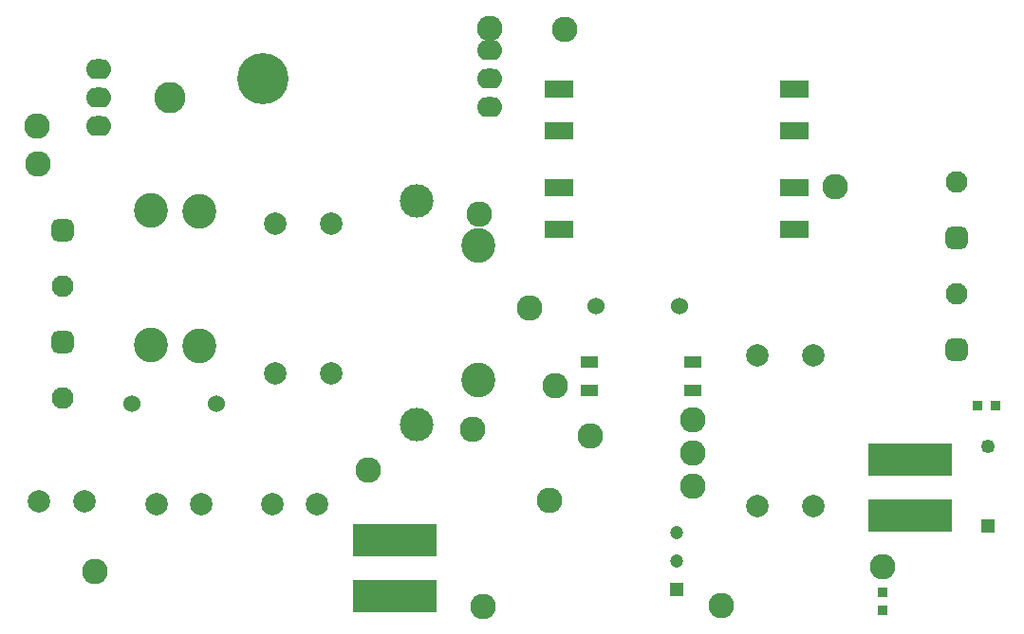
<source format=gbr>
%TF.GenerationSoftware,Altium Limited,Altium Designer,21.6.4 (81)*%
G04 Layer_Color=255*
%FSLAX43Y43*%
%MOMM*%
%TF.SameCoordinates,100B324C-8CEB-4A13-B8D1-7C84912F4746*%
%TF.FilePolarity,Positive*%
%TF.FileFunction,Pads,Top*%
%TF.Part,Single*%
G01*
G75*
%TA.AperFunction,TestPad*%
%ADD10R,7.500X3.000*%
%ADD11R,0.900X0.850*%
%ADD12R,1.600X1.000*%
%ADD13R,2.500X1.500*%
%ADD14R,0.850X0.900*%
%TA.AperFunction,ComponentPad*%
%ADD29C,2.000*%
%TA.AperFunction,TestPad*%
%ADD30C,2.000*%
%ADD31C,2.286*%
%TA.AperFunction,ComponentPad*%
%ADD32C,3.000*%
%TA.AperFunction,TestPad*%
%ADD33C,1.524*%
%TA.AperFunction,ComponentPad*%
%ADD34C,2.286*%
%ADD35O,3.000X3.100*%
%TA.AperFunction,TestPad*%
G04:AMPARAMS|DCode=36|XSize=1.95mm|YSize=1.95mm|CornerRadius=0.488mm|HoleSize=0mm|Usage=FLASHONLY|Rotation=270.000|XOffset=0mm|YOffset=0mm|HoleType=Round|Shape=RoundedRectangle|*
%AMROUNDEDRECTD36*
21,1,1.950,0.975,0,0,270.0*
21,1,0.975,1.950,0,0,270.0*
1,1,0.975,-0.488,-0.488*
1,1,0.975,-0.488,0.488*
1,1,0.975,0.488,0.488*
1,1,0.975,0.488,-0.488*
%
%ADD36ROUNDEDRECTD36*%
%ADD37C,1.950*%
%ADD38O,2.286X1.778*%
%ADD39C,4.572*%
%TA.AperFunction,ComponentPad*%
%ADD40C,2.794*%
%ADD41O,2.286X1.778*%
%TA.AperFunction,TestPad*%
%ADD42R,1.200X1.200*%
%ADD43C,1.200*%
%ADD44R,1.250X1.250*%
%ADD45C,1.250*%
D10*
X35103Y2519D02*
D03*
Y7519D02*
D03*
X81077Y9667D02*
D03*
Y14667D02*
D03*
D11*
X78644Y1261D02*
D03*
Y2811D02*
D03*
D12*
X61674Y20904D02*
D03*
X52524Y23444D02*
D03*
X61674D02*
D03*
X52524Y20904D02*
D03*
D13*
X49774Y38989D02*
D03*
Y47829D02*
D03*
Y35229D02*
D03*
Y44069D02*
D03*
X70774Y38989D02*
D03*
Y35229D02*
D03*
Y44069D02*
D03*
Y47829D02*
D03*
D14*
X88701Y19474D02*
D03*
X87151D02*
D03*
D29*
X28194Y10693D02*
D03*
X24194D02*
D03*
X29486Y22384D02*
D03*
X24486D02*
D03*
X17868Y10744D02*
D03*
X13868D02*
D03*
X7417Y10947D02*
D03*
X3417D02*
D03*
X24486Y35738D02*
D03*
X29486D02*
D03*
D30*
X67500Y10500D02*
D03*
X72500D02*
D03*
Y24000D02*
D03*
X67500D02*
D03*
D31*
X61722Y12294D02*
D03*
X47158Y28198D02*
D03*
X42062Y17404D02*
D03*
X48946Y11049D02*
D03*
X52603Y16789D02*
D03*
X3226Y44475D02*
D03*
X32741Y13792D02*
D03*
X49454Y21311D02*
D03*
X78613Y5159D02*
D03*
X64237Y1614D02*
D03*
X74371Y39065D02*
D03*
X8382Y4695D02*
D03*
X3293Y41097D02*
D03*
X61747Y18236D02*
D03*
X43025Y1602D02*
D03*
D32*
X37059Y17811D02*
D03*
X37109Y37786D02*
D03*
D33*
X11693Y19694D02*
D03*
X19193Y19669D02*
D03*
X53061Y28423D02*
D03*
X60561Y28398D02*
D03*
D34*
X50241Y53111D02*
D03*
X43580Y53238D02*
D03*
X42674Y36624D02*
D03*
X61722Y15265D02*
D03*
D35*
X42570Y21788D02*
D03*
Y33788D02*
D03*
X17678Y24886D02*
D03*
Y36886D02*
D03*
X13335Y36963D02*
D03*
Y24963D02*
D03*
D36*
X5500Y25171D02*
D03*
X5500Y35175D02*
D03*
X85234Y34497D02*
D03*
X85234Y24515D02*
D03*
D37*
X5500Y20171D02*
D03*
X5500Y30175D02*
D03*
X85234Y39497D02*
D03*
X85234Y29515D02*
D03*
D38*
X43557Y51232D02*
D03*
Y48692D02*
D03*
Y46152D02*
D03*
D39*
X23364Y48692D02*
D03*
D40*
X15037Y47015D02*
D03*
D41*
X8687Y44475D02*
D03*
Y47015D02*
D03*
Y49555D02*
D03*
D42*
X60286Y3119D02*
D03*
D43*
Y5659D02*
D03*
Y8199D02*
D03*
D44*
X88036Y8769D02*
D03*
D45*
Y15869D02*
D03*
%TF.MD5,5e963f5282290ac51fcd05377e8dc315*%
M02*

</source>
